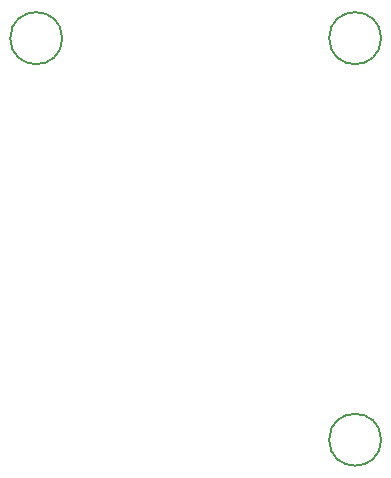
<source format=gbr>
G04 #@! TF.GenerationSoftware,KiCad,Pcbnew,7.0.7-7.0.7~ubuntu20.04.1*
G04 #@! TF.CreationDate,2024-03-24T22:46:20+02:00*
G04 #@! TF.ProjectId,rtl-module-breakout,72746c2d-6d6f-4647-956c-652d62726561,rev?*
G04 #@! TF.SameCoordinates,Original*
G04 #@! TF.FileFunction,Other,Comment*
%FSLAX46Y46*%
G04 Gerber Fmt 4.6, Leading zero omitted, Abs format (unit mm)*
G04 Created by KiCad (PCBNEW 7.0.7-7.0.7~ubuntu20.04.1) date 2024-03-24 22:46:20*
%MOMM*%
%LPD*%
G01*
G04 APERTURE LIST*
%ADD10C,0.150000*%
G04 APERTURE END LIST*
D10*
G04 #@! TO.C,H3*
X166700000Y-66500000D02*
G75*
G03*
X166700000Y-66500000I-2200000J0D01*
G01*
G04 #@! TO.C,H1*
X193700000Y-100500000D02*
G75*
G03*
X193700000Y-100500000I-2200000J0D01*
G01*
G04 #@! TO.C,H2*
X193700000Y-66500000D02*
G75*
G03*
X193700000Y-66500000I-2200000J0D01*
G01*
G04 #@! TD*
M02*

</source>
